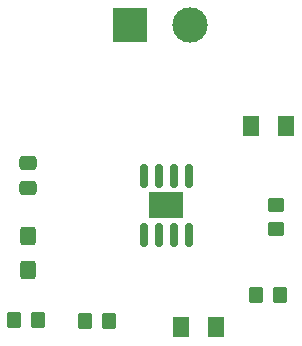
<source format=gbr>
%TF.GenerationSoftware,KiCad,Pcbnew,(6.0.10-0)*%
%TF.CreationDate,2023-02-17T15:36:55-08:00*%
%TF.ProjectId,555timer,35353574-696d-4657-922e-6b696361645f,rev?*%
%TF.SameCoordinates,Original*%
%TF.FileFunction,Soldermask,Top*%
%TF.FilePolarity,Negative*%
%FSLAX46Y46*%
G04 Gerber Fmt 4.6, Leading zero omitted, Abs format (unit mm)*
G04 Created by KiCad (PCBNEW (6.0.10-0)) date 2023-02-17 15:36:55*
%MOMM*%
%LPD*%
G01*
G04 APERTURE LIST*
G04 Aperture macros list*
%AMRoundRect*
0 Rectangle with rounded corners*
0 $1 Rounding radius*
0 $2 $3 $4 $5 $6 $7 $8 $9 X,Y pos of 4 corners*
0 Add a 4 corners polygon primitive as box body*
4,1,4,$2,$3,$4,$5,$6,$7,$8,$9,$2,$3,0*
0 Add four circle primitives for the rounded corners*
1,1,$1+$1,$2,$3*
1,1,$1+$1,$4,$5*
1,1,$1+$1,$6,$7*
1,1,$1+$1,$8,$9*
0 Add four rect primitives between the rounded corners*
20,1,$1+$1,$2,$3,$4,$5,0*
20,1,$1+$1,$4,$5,$6,$7,0*
20,1,$1+$1,$6,$7,$8,$9,0*
20,1,$1+$1,$8,$9,$2,$3,0*%
G04 Aperture macros list end*
%ADD10RoundRect,0.250001X0.462499X0.624999X-0.462499X0.624999X-0.462499X-0.624999X0.462499X-0.624999X0*%
%ADD11RoundRect,0.250000X0.350000X0.450000X-0.350000X0.450000X-0.350000X-0.450000X0.350000X-0.450000X0*%
%ADD12RoundRect,0.250000X0.450000X-0.350000X0.450000X0.350000X-0.450000X0.350000X-0.450000X-0.350000X0*%
%ADD13RoundRect,0.250000X0.475000X-0.337500X0.475000X0.337500X-0.475000X0.337500X-0.475000X-0.337500X0*%
%ADD14R,3.000000X3.000000*%
%ADD15C,3.000000*%
%ADD16RoundRect,0.250001X-0.462499X-0.624999X0.462499X-0.624999X0.462499X0.624999X-0.462499X0.624999X0*%
%ADD17RoundRect,0.250000X0.425000X-0.537500X0.425000X0.537500X-0.425000X0.537500X-0.425000X-0.537500X0*%
%ADD18RoundRect,0.150000X-0.150000X0.825000X-0.150000X-0.825000X0.150000X-0.825000X0.150000X0.825000X0*%
%ADD19R,3.000000X2.290000*%
%ADD20RoundRect,0.250000X-0.350000X-0.450000X0.350000X-0.450000X0.350000X0.450000X-0.350000X0.450000X0*%
G04 APERTURE END LIST*
D10*
%TO.C,D1*%
X141892500Y-101775000D03*
X138917500Y-101775000D03*
%TD*%
D11*
%TO.C,R2*%
X126830872Y-101169128D03*
X124830872Y-101169128D03*
%TD*%
D12*
%TO.C,R4*%
X147030000Y-93440000D03*
X147030000Y-91440000D03*
%TD*%
D13*
%TO.C,C2*%
X125962500Y-89937500D03*
X125962500Y-87862500D03*
%TD*%
D11*
%TO.C,R1*%
X132855000Y-101217936D03*
X130855000Y-101217936D03*
%TD*%
D14*
%TO.C,J1*%
X134620000Y-76200000D03*
D15*
X139700000Y-76200000D03*
%TD*%
D16*
%TO.C,D2*%
X144897500Y-84760000D03*
X147872500Y-84760000D03*
%TD*%
D17*
%TO.C,C1*%
X125997500Y-96950000D03*
X125997500Y-94075000D03*
%TD*%
D18*
%TO.C,U1*%
X139582500Y-88965000D03*
X138312500Y-88965000D03*
X137042500Y-88965000D03*
X135772500Y-88965000D03*
X135772500Y-93915000D03*
X137042500Y-93915000D03*
X138312500Y-93915000D03*
X139582500Y-93915000D03*
D19*
X137677500Y-91440000D03*
%TD*%
D20*
%TO.C,R3*%
X145320000Y-99060000D03*
X147320000Y-99060000D03*
%TD*%
M02*

</source>
